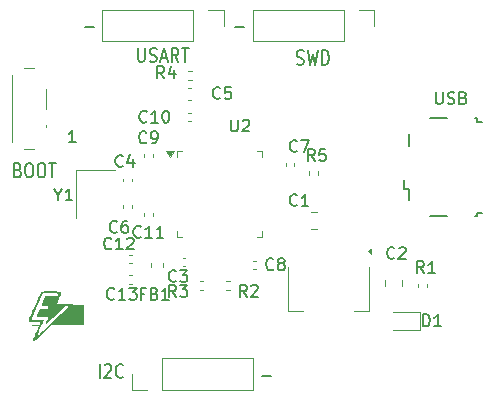
<source format=gbr>
%TF.GenerationSoftware,KiCad,Pcbnew,8.0.3*%
%TF.CreationDate,2024-06-13T12:42:30-05:00*%
%TF.ProjectId,STM32BluePill,53544d33-3242-46c7-9565-50696c6c2e6b,rev?*%
%TF.SameCoordinates,Original*%
%TF.FileFunction,Legend,Top*%
%TF.FilePolarity,Positive*%
%FSLAX46Y46*%
G04 Gerber Fmt 4.6, Leading zero omitted, Abs format (unit mm)*
G04 Created by KiCad (PCBNEW 8.0.3) date 2024-06-13 12:42:30*
%MOMM*%
%LPD*%
G01*
G04 APERTURE LIST*
%ADD10C,0.200000*%
%ADD11C,0.150000*%
%ADD12C,0.000000*%
%ADD13C,0.120000*%
G04 APERTURE END LIST*
D10*
X78869673Y-72885600D02*
X79631578Y-72885600D01*
X76619673Y-43385600D02*
X77381578Y-43385600D01*
X63869673Y-43385600D02*
X64631578Y-43385600D01*
D11*
X93586779Y-48869819D02*
X93586779Y-49679342D01*
X93586779Y-49679342D02*
X93634398Y-49774580D01*
X93634398Y-49774580D02*
X93682017Y-49822200D01*
X93682017Y-49822200D02*
X93777255Y-49869819D01*
X93777255Y-49869819D02*
X93967731Y-49869819D01*
X93967731Y-49869819D02*
X94062969Y-49822200D01*
X94062969Y-49822200D02*
X94110588Y-49774580D01*
X94110588Y-49774580D02*
X94158207Y-49679342D01*
X94158207Y-49679342D02*
X94158207Y-48869819D01*
X94586779Y-49822200D02*
X94729636Y-49869819D01*
X94729636Y-49869819D02*
X94967731Y-49869819D01*
X94967731Y-49869819D02*
X95062969Y-49822200D01*
X95062969Y-49822200D02*
X95110588Y-49774580D01*
X95110588Y-49774580D02*
X95158207Y-49679342D01*
X95158207Y-49679342D02*
X95158207Y-49584104D01*
X95158207Y-49584104D02*
X95110588Y-49488866D01*
X95110588Y-49488866D02*
X95062969Y-49441247D01*
X95062969Y-49441247D02*
X94967731Y-49393628D01*
X94967731Y-49393628D02*
X94777255Y-49346009D01*
X94777255Y-49346009D02*
X94682017Y-49298390D01*
X94682017Y-49298390D02*
X94634398Y-49250771D01*
X94634398Y-49250771D02*
X94586779Y-49155533D01*
X94586779Y-49155533D02*
X94586779Y-49060295D01*
X94586779Y-49060295D02*
X94634398Y-48965057D01*
X94634398Y-48965057D02*
X94682017Y-48917438D01*
X94682017Y-48917438D02*
X94777255Y-48869819D01*
X94777255Y-48869819D02*
X95015350Y-48869819D01*
X95015350Y-48869819D02*
X95158207Y-48917438D01*
X95920112Y-49346009D02*
X96062969Y-49393628D01*
X96062969Y-49393628D02*
X96110588Y-49441247D01*
X96110588Y-49441247D02*
X96158207Y-49536485D01*
X96158207Y-49536485D02*
X96158207Y-49679342D01*
X96158207Y-49679342D02*
X96110588Y-49774580D01*
X96110588Y-49774580D02*
X96062969Y-49822200D01*
X96062969Y-49822200D02*
X95967731Y-49869819D01*
X95967731Y-49869819D02*
X95586779Y-49869819D01*
X95586779Y-49869819D02*
X95586779Y-48869819D01*
X95586779Y-48869819D02*
X95920112Y-48869819D01*
X95920112Y-48869819D02*
X96015350Y-48917438D01*
X96015350Y-48917438D02*
X96062969Y-48965057D01*
X96062969Y-48965057D02*
X96110588Y-49060295D01*
X96110588Y-49060295D02*
X96110588Y-49155533D01*
X96110588Y-49155533D02*
X96062969Y-49250771D01*
X96062969Y-49250771D02*
X96015350Y-49298390D01*
X96015350Y-49298390D02*
X95920112Y-49346009D01*
X95920112Y-49346009D02*
X95586779Y-49346009D01*
X63110588Y-53119819D02*
X62539160Y-53119819D01*
X62824874Y-53119819D02*
X62824874Y-52119819D01*
X62824874Y-52119819D02*
X62729636Y-52262676D01*
X62729636Y-52262676D02*
X62634398Y-52357914D01*
X62634398Y-52357914D02*
X62539160Y-52405533D01*
D10*
X58203006Y-55464171D02*
X58345863Y-55521314D01*
X58345863Y-55521314D02*
X58393482Y-55578457D01*
X58393482Y-55578457D02*
X58441101Y-55692742D01*
X58441101Y-55692742D02*
X58441101Y-55864171D01*
X58441101Y-55864171D02*
X58393482Y-55978457D01*
X58393482Y-55978457D02*
X58345863Y-56035600D01*
X58345863Y-56035600D02*
X58250625Y-56092742D01*
X58250625Y-56092742D02*
X57869673Y-56092742D01*
X57869673Y-56092742D02*
X57869673Y-54892742D01*
X57869673Y-54892742D02*
X58203006Y-54892742D01*
X58203006Y-54892742D02*
X58298244Y-54949885D01*
X58298244Y-54949885D02*
X58345863Y-55007028D01*
X58345863Y-55007028D02*
X58393482Y-55121314D01*
X58393482Y-55121314D02*
X58393482Y-55235600D01*
X58393482Y-55235600D02*
X58345863Y-55349885D01*
X58345863Y-55349885D02*
X58298244Y-55407028D01*
X58298244Y-55407028D02*
X58203006Y-55464171D01*
X58203006Y-55464171D02*
X57869673Y-55464171D01*
X59060149Y-54892742D02*
X59250625Y-54892742D01*
X59250625Y-54892742D02*
X59345863Y-54949885D01*
X59345863Y-54949885D02*
X59441101Y-55064171D01*
X59441101Y-55064171D02*
X59488720Y-55292742D01*
X59488720Y-55292742D02*
X59488720Y-55692742D01*
X59488720Y-55692742D02*
X59441101Y-55921314D01*
X59441101Y-55921314D02*
X59345863Y-56035600D01*
X59345863Y-56035600D02*
X59250625Y-56092742D01*
X59250625Y-56092742D02*
X59060149Y-56092742D01*
X59060149Y-56092742D02*
X58964911Y-56035600D01*
X58964911Y-56035600D02*
X58869673Y-55921314D01*
X58869673Y-55921314D02*
X58822054Y-55692742D01*
X58822054Y-55692742D02*
X58822054Y-55292742D01*
X58822054Y-55292742D02*
X58869673Y-55064171D01*
X58869673Y-55064171D02*
X58964911Y-54949885D01*
X58964911Y-54949885D02*
X59060149Y-54892742D01*
X60107768Y-54892742D02*
X60298244Y-54892742D01*
X60298244Y-54892742D02*
X60393482Y-54949885D01*
X60393482Y-54949885D02*
X60488720Y-55064171D01*
X60488720Y-55064171D02*
X60536339Y-55292742D01*
X60536339Y-55292742D02*
X60536339Y-55692742D01*
X60536339Y-55692742D02*
X60488720Y-55921314D01*
X60488720Y-55921314D02*
X60393482Y-56035600D01*
X60393482Y-56035600D02*
X60298244Y-56092742D01*
X60298244Y-56092742D02*
X60107768Y-56092742D01*
X60107768Y-56092742D02*
X60012530Y-56035600D01*
X60012530Y-56035600D02*
X59917292Y-55921314D01*
X59917292Y-55921314D02*
X59869673Y-55692742D01*
X59869673Y-55692742D02*
X59869673Y-55292742D01*
X59869673Y-55292742D02*
X59917292Y-55064171D01*
X59917292Y-55064171D02*
X60012530Y-54949885D01*
X60012530Y-54949885D02*
X60107768Y-54892742D01*
X60822054Y-54892742D02*
X61393482Y-54892742D01*
X61107768Y-56092742D02*
X61107768Y-54892742D01*
X65119673Y-73092742D02*
X65119673Y-71892742D01*
X65548244Y-72007028D02*
X65595863Y-71949885D01*
X65595863Y-71949885D02*
X65691101Y-71892742D01*
X65691101Y-71892742D02*
X65929196Y-71892742D01*
X65929196Y-71892742D02*
X66024434Y-71949885D01*
X66024434Y-71949885D02*
X66072053Y-72007028D01*
X66072053Y-72007028D02*
X66119672Y-72121314D01*
X66119672Y-72121314D02*
X66119672Y-72235600D01*
X66119672Y-72235600D02*
X66072053Y-72407028D01*
X66072053Y-72407028D02*
X65500625Y-73092742D01*
X65500625Y-73092742D02*
X66119672Y-73092742D01*
X67119672Y-72978457D02*
X67072053Y-73035600D01*
X67072053Y-73035600D02*
X66929196Y-73092742D01*
X66929196Y-73092742D02*
X66833958Y-73092742D01*
X66833958Y-73092742D02*
X66691101Y-73035600D01*
X66691101Y-73035600D02*
X66595863Y-72921314D01*
X66595863Y-72921314D02*
X66548244Y-72807028D01*
X66548244Y-72807028D02*
X66500625Y-72578457D01*
X66500625Y-72578457D02*
X66500625Y-72407028D01*
X66500625Y-72407028D02*
X66548244Y-72178457D01*
X66548244Y-72178457D02*
X66595863Y-72064171D01*
X66595863Y-72064171D02*
X66691101Y-71949885D01*
X66691101Y-71949885D02*
X66833958Y-71892742D01*
X66833958Y-71892742D02*
X66929196Y-71892742D01*
X66929196Y-71892742D02*
X67072053Y-71949885D01*
X67072053Y-71949885D02*
X67119672Y-72007028D01*
X68369673Y-45142742D02*
X68369673Y-46114171D01*
X68369673Y-46114171D02*
X68417292Y-46228457D01*
X68417292Y-46228457D02*
X68464911Y-46285600D01*
X68464911Y-46285600D02*
X68560149Y-46342742D01*
X68560149Y-46342742D02*
X68750625Y-46342742D01*
X68750625Y-46342742D02*
X68845863Y-46285600D01*
X68845863Y-46285600D02*
X68893482Y-46228457D01*
X68893482Y-46228457D02*
X68941101Y-46114171D01*
X68941101Y-46114171D02*
X68941101Y-45142742D01*
X69369673Y-46285600D02*
X69512530Y-46342742D01*
X69512530Y-46342742D02*
X69750625Y-46342742D01*
X69750625Y-46342742D02*
X69845863Y-46285600D01*
X69845863Y-46285600D02*
X69893482Y-46228457D01*
X69893482Y-46228457D02*
X69941101Y-46114171D01*
X69941101Y-46114171D02*
X69941101Y-45999885D01*
X69941101Y-45999885D02*
X69893482Y-45885600D01*
X69893482Y-45885600D02*
X69845863Y-45828457D01*
X69845863Y-45828457D02*
X69750625Y-45771314D01*
X69750625Y-45771314D02*
X69560149Y-45714171D01*
X69560149Y-45714171D02*
X69464911Y-45657028D01*
X69464911Y-45657028D02*
X69417292Y-45599885D01*
X69417292Y-45599885D02*
X69369673Y-45485600D01*
X69369673Y-45485600D02*
X69369673Y-45371314D01*
X69369673Y-45371314D02*
X69417292Y-45257028D01*
X69417292Y-45257028D02*
X69464911Y-45199885D01*
X69464911Y-45199885D02*
X69560149Y-45142742D01*
X69560149Y-45142742D02*
X69798244Y-45142742D01*
X69798244Y-45142742D02*
X69941101Y-45199885D01*
X70322054Y-45999885D02*
X70798244Y-45999885D01*
X70226816Y-46342742D02*
X70560149Y-45142742D01*
X70560149Y-45142742D02*
X70893482Y-46342742D01*
X71798244Y-46342742D02*
X71464911Y-45771314D01*
X71226816Y-46342742D02*
X71226816Y-45142742D01*
X71226816Y-45142742D02*
X71607768Y-45142742D01*
X71607768Y-45142742D02*
X71703006Y-45199885D01*
X71703006Y-45199885D02*
X71750625Y-45257028D01*
X71750625Y-45257028D02*
X71798244Y-45371314D01*
X71798244Y-45371314D02*
X71798244Y-45542742D01*
X71798244Y-45542742D02*
X71750625Y-45657028D01*
X71750625Y-45657028D02*
X71703006Y-45714171D01*
X71703006Y-45714171D02*
X71607768Y-45771314D01*
X71607768Y-45771314D02*
X71226816Y-45771314D01*
X72083959Y-45142742D02*
X72655387Y-45142742D01*
X72369673Y-46342742D02*
X72369673Y-45142742D01*
X81822054Y-46527100D02*
X81964911Y-46586623D01*
X81964911Y-46586623D02*
X82203006Y-46586623D01*
X82203006Y-46586623D02*
X82298244Y-46527100D01*
X82298244Y-46527100D02*
X82345863Y-46467576D01*
X82345863Y-46467576D02*
X82393482Y-46348528D01*
X82393482Y-46348528D02*
X82393482Y-46229480D01*
X82393482Y-46229480D02*
X82345863Y-46110433D01*
X82345863Y-46110433D02*
X82298244Y-46050909D01*
X82298244Y-46050909D02*
X82203006Y-45991385D01*
X82203006Y-45991385D02*
X82012530Y-45931861D01*
X82012530Y-45931861D02*
X81917292Y-45872338D01*
X81917292Y-45872338D02*
X81869673Y-45812814D01*
X81869673Y-45812814D02*
X81822054Y-45693766D01*
X81822054Y-45693766D02*
X81822054Y-45574719D01*
X81822054Y-45574719D02*
X81869673Y-45455671D01*
X81869673Y-45455671D02*
X81917292Y-45396147D01*
X81917292Y-45396147D02*
X82012530Y-45336623D01*
X82012530Y-45336623D02*
X82250625Y-45336623D01*
X82250625Y-45336623D02*
X82393482Y-45396147D01*
X82726816Y-45336623D02*
X82964911Y-46586623D01*
X82964911Y-46586623D02*
X83155387Y-45693766D01*
X83155387Y-45693766D02*
X83345863Y-46586623D01*
X83345863Y-46586623D02*
X83583959Y-45336623D01*
X83964911Y-46586623D02*
X83964911Y-45336623D01*
X83964911Y-45336623D02*
X84203006Y-45336623D01*
X84203006Y-45336623D02*
X84345863Y-45396147D01*
X84345863Y-45396147D02*
X84441101Y-45515195D01*
X84441101Y-45515195D02*
X84488720Y-45634242D01*
X84488720Y-45634242D02*
X84536339Y-45872338D01*
X84536339Y-45872338D02*
X84536339Y-46050909D01*
X84536339Y-46050909D02*
X84488720Y-46289004D01*
X84488720Y-46289004D02*
X84441101Y-46408052D01*
X84441101Y-46408052D02*
X84345863Y-46527100D01*
X84345863Y-46527100D02*
X84203006Y-46586623D01*
X84203006Y-46586623D02*
X83964911Y-46586623D01*
D11*
X77583333Y-66204819D02*
X77250000Y-65728628D01*
X77011905Y-66204819D02*
X77011905Y-65204819D01*
X77011905Y-65204819D02*
X77392857Y-65204819D01*
X77392857Y-65204819D02*
X77488095Y-65252438D01*
X77488095Y-65252438D02*
X77535714Y-65300057D01*
X77535714Y-65300057D02*
X77583333Y-65395295D01*
X77583333Y-65395295D02*
X77583333Y-65538152D01*
X77583333Y-65538152D02*
X77535714Y-65633390D01*
X77535714Y-65633390D02*
X77488095Y-65681009D01*
X77488095Y-65681009D02*
X77392857Y-65728628D01*
X77392857Y-65728628D02*
X77011905Y-65728628D01*
X77964286Y-65300057D02*
X78011905Y-65252438D01*
X78011905Y-65252438D02*
X78107143Y-65204819D01*
X78107143Y-65204819D02*
X78345238Y-65204819D01*
X78345238Y-65204819D02*
X78440476Y-65252438D01*
X78440476Y-65252438D02*
X78488095Y-65300057D01*
X78488095Y-65300057D02*
X78535714Y-65395295D01*
X78535714Y-65395295D02*
X78535714Y-65490533D01*
X78535714Y-65490533D02*
X78488095Y-65633390D01*
X78488095Y-65633390D02*
X77916667Y-66204819D01*
X77916667Y-66204819D02*
X78535714Y-66204819D01*
X83333333Y-54704819D02*
X83000000Y-54228628D01*
X82761905Y-54704819D02*
X82761905Y-53704819D01*
X82761905Y-53704819D02*
X83142857Y-53704819D01*
X83142857Y-53704819D02*
X83238095Y-53752438D01*
X83238095Y-53752438D02*
X83285714Y-53800057D01*
X83285714Y-53800057D02*
X83333333Y-53895295D01*
X83333333Y-53895295D02*
X83333333Y-54038152D01*
X83333333Y-54038152D02*
X83285714Y-54133390D01*
X83285714Y-54133390D02*
X83238095Y-54181009D01*
X83238095Y-54181009D02*
X83142857Y-54228628D01*
X83142857Y-54228628D02*
X82761905Y-54228628D01*
X84238095Y-53704819D02*
X83761905Y-53704819D01*
X83761905Y-53704819D02*
X83714286Y-54181009D01*
X83714286Y-54181009D02*
X83761905Y-54133390D01*
X83761905Y-54133390D02*
X83857143Y-54085771D01*
X83857143Y-54085771D02*
X84095238Y-54085771D01*
X84095238Y-54085771D02*
X84190476Y-54133390D01*
X84190476Y-54133390D02*
X84238095Y-54181009D01*
X84238095Y-54181009D02*
X84285714Y-54276247D01*
X84285714Y-54276247D02*
X84285714Y-54514342D01*
X84285714Y-54514342D02*
X84238095Y-54609580D01*
X84238095Y-54609580D02*
X84190476Y-54657200D01*
X84190476Y-54657200D02*
X84095238Y-54704819D01*
X84095238Y-54704819D02*
X83857143Y-54704819D01*
X83857143Y-54704819D02*
X83761905Y-54657200D01*
X83761905Y-54657200D02*
X83714286Y-54609580D01*
X75333333Y-49359580D02*
X75285714Y-49407200D01*
X75285714Y-49407200D02*
X75142857Y-49454819D01*
X75142857Y-49454819D02*
X75047619Y-49454819D01*
X75047619Y-49454819D02*
X74904762Y-49407200D01*
X74904762Y-49407200D02*
X74809524Y-49311961D01*
X74809524Y-49311961D02*
X74761905Y-49216723D01*
X74761905Y-49216723D02*
X74714286Y-49026247D01*
X74714286Y-49026247D02*
X74714286Y-48883390D01*
X74714286Y-48883390D02*
X74761905Y-48692914D01*
X74761905Y-48692914D02*
X74809524Y-48597676D01*
X74809524Y-48597676D02*
X74904762Y-48502438D01*
X74904762Y-48502438D02*
X75047619Y-48454819D01*
X75047619Y-48454819D02*
X75142857Y-48454819D01*
X75142857Y-48454819D02*
X75285714Y-48502438D01*
X75285714Y-48502438D02*
X75333333Y-48550057D01*
X76238095Y-48454819D02*
X75761905Y-48454819D01*
X75761905Y-48454819D02*
X75714286Y-48931009D01*
X75714286Y-48931009D02*
X75761905Y-48883390D01*
X75761905Y-48883390D02*
X75857143Y-48835771D01*
X75857143Y-48835771D02*
X76095238Y-48835771D01*
X76095238Y-48835771D02*
X76190476Y-48883390D01*
X76190476Y-48883390D02*
X76238095Y-48931009D01*
X76238095Y-48931009D02*
X76285714Y-49026247D01*
X76285714Y-49026247D02*
X76285714Y-49264342D01*
X76285714Y-49264342D02*
X76238095Y-49359580D01*
X76238095Y-49359580D02*
X76190476Y-49407200D01*
X76190476Y-49407200D02*
X76095238Y-49454819D01*
X76095238Y-49454819D02*
X75857143Y-49454819D01*
X75857143Y-49454819D02*
X75761905Y-49407200D01*
X75761905Y-49407200D02*
X75714286Y-49359580D01*
X81833333Y-58429580D02*
X81785714Y-58477200D01*
X81785714Y-58477200D02*
X81642857Y-58524819D01*
X81642857Y-58524819D02*
X81547619Y-58524819D01*
X81547619Y-58524819D02*
X81404762Y-58477200D01*
X81404762Y-58477200D02*
X81309524Y-58381961D01*
X81309524Y-58381961D02*
X81261905Y-58286723D01*
X81261905Y-58286723D02*
X81214286Y-58096247D01*
X81214286Y-58096247D02*
X81214286Y-57953390D01*
X81214286Y-57953390D02*
X81261905Y-57762914D01*
X81261905Y-57762914D02*
X81309524Y-57667676D01*
X81309524Y-57667676D02*
X81404762Y-57572438D01*
X81404762Y-57572438D02*
X81547619Y-57524819D01*
X81547619Y-57524819D02*
X81642857Y-57524819D01*
X81642857Y-57524819D02*
X81785714Y-57572438D01*
X81785714Y-57572438D02*
X81833333Y-57620057D01*
X82785714Y-58524819D02*
X82214286Y-58524819D01*
X82500000Y-58524819D02*
X82500000Y-57524819D01*
X82500000Y-57524819D02*
X82404762Y-57667676D01*
X82404762Y-57667676D02*
X82309524Y-57762914D01*
X82309524Y-57762914D02*
X82214286Y-57810533D01*
X79833333Y-63859580D02*
X79785714Y-63907200D01*
X79785714Y-63907200D02*
X79642857Y-63954819D01*
X79642857Y-63954819D02*
X79547619Y-63954819D01*
X79547619Y-63954819D02*
X79404762Y-63907200D01*
X79404762Y-63907200D02*
X79309524Y-63811961D01*
X79309524Y-63811961D02*
X79261905Y-63716723D01*
X79261905Y-63716723D02*
X79214286Y-63526247D01*
X79214286Y-63526247D02*
X79214286Y-63383390D01*
X79214286Y-63383390D02*
X79261905Y-63192914D01*
X79261905Y-63192914D02*
X79309524Y-63097676D01*
X79309524Y-63097676D02*
X79404762Y-63002438D01*
X79404762Y-63002438D02*
X79547619Y-62954819D01*
X79547619Y-62954819D02*
X79642857Y-62954819D01*
X79642857Y-62954819D02*
X79785714Y-63002438D01*
X79785714Y-63002438D02*
X79833333Y-63050057D01*
X80404762Y-63383390D02*
X80309524Y-63335771D01*
X80309524Y-63335771D02*
X80261905Y-63288152D01*
X80261905Y-63288152D02*
X80214286Y-63192914D01*
X80214286Y-63192914D02*
X80214286Y-63145295D01*
X80214286Y-63145295D02*
X80261905Y-63050057D01*
X80261905Y-63050057D02*
X80309524Y-63002438D01*
X80309524Y-63002438D02*
X80404762Y-62954819D01*
X80404762Y-62954819D02*
X80595238Y-62954819D01*
X80595238Y-62954819D02*
X80690476Y-63002438D01*
X80690476Y-63002438D02*
X80738095Y-63050057D01*
X80738095Y-63050057D02*
X80785714Y-63145295D01*
X80785714Y-63145295D02*
X80785714Y-63192914D01*
X80785714Y-63192914D02*
X80738095Y-63288152D01*
X80738095Y-63288152D02*
X80690476Y-63335771D01*
X80690476Y-63335771D02*
X80595238Y-63383390D01*
X80595238Y-63383390D02*
X80404762Y-63383390D01*
X80404762Y-63383390D02*
X80309524Y-63431009D01*
X80309524Y-63431009D02*
X80261905Y-63478628D01*
X80261905Y-63478628D02*
X80214286Y-63573866D01*
X80214286Y-63573866D02*
X80214286Y-63764342D01*
X80214286Y-63764342D02*
X80261905Y-63859580D01*
X80261905Y-63859580D02*
X80309524Y-63907200D01*
X80309524Y-63907200D02*
X80404762Y-63954819D01*
X80404762Y-63954819D02*
X80595238Y-63954819D01*
X80595238Y-63954819D02*
X80690476Y-63907200D01*
X80690476Y-63907200D02*
X80738095Y-63859580D01*
X80738095Y-63859580D02*
X80785714Y-63764342D01*
X80785714Y-63764342D02*
X80785714Y-63573866D01*
X80785714Y-63573866D02*
X80738095Y-63478628D01*
X80738095Y-63478628D02*
X80690476Y-63431009D01*
X80690476Y-63431009D02*
X80595238Y-63383390D01*
X69107142Y-51359580D02*
X69059523Y-51407200D01*
X69059523Y-51407200D02*
X68916666Y-51454819D01*
X68916666Y-51454819D02*
X68821428Y-51454819D01*
X68821428Y-51454819D02*
X68678571Y-51407200D01*
X68678571Y-51407200D02*
X68583333Y-51311961D01*
X68583333Y-51311961D02*
X68535714Y-51216723D01*
X68535714Y-51216723D02*
X68488095Y-51026247D01*
X68488095Y-51026247D02*
X68488095Y-50883390D01*
X68488095Y-50883390D02*
X68535714Y-50692914D01*
X68535714Y-50692914D02*
X68583333Y-50597676D01*
X68583333Y-50597676D02*
X68678571Y-50502438D01*
X68678571Y-50502438D02*
X68821428Y-50454819D01*
X68821428Y-50454819D02*
X68916666Y-50454819D01*
X68916666Y-50454819D02*
X69059523Y-50502438D01*
X69059523Y-50502438D02*
X69107142Y-50550057D01*
X70059523Y-51454819D02*
X69488095Y-51454819D01*
X69773809Y-51454819D02*
X69773809Y-50454819D01*
X69773809Y-50454819D02*
X69678571Y-50597676D01*
X69678571Y-50597676D02*
X69583333Y-50692914D01*
X69583333Y-50692914D02*
X69488095Y-50740533D01*
X70678571Y-50454819D02*
X70773809Y-50454819D01*
X70773809Y-50454819D02*
X70869047Y-50502438D01*
X70869047Y-50502438D02*
X70916666Y-50550057D01*
X70916666Y-50550057D02*
X70964285Y-50645295D01*
X70964285Y-50645295D02*
X71011904Y-50835771D01*
X71011904Y-50835771D02*
X71011904Y-51073866D01*
X71011904Y-51073866D02*
X70964285Y-51264342D01*
X70964285Y-51264342D02*
X70916666Y-51359580D01*
X70916666Y-51359580D02*
X70869047Y-51407200D01*
X70869047Y-51407200D02*
X70773809Y-51454819D01*
X70773809Y-51454819D02*
X70678571Y-51454819D01*
X70678571Y-51454819D02*
X70583333Y-51407200D01*
X70583333Y-51407200D02*
X70535714Y-51359580D01*
X70535714Y-51359580D02*
X70488095Y-51264342D01*
X70488095Y-51264342D02*
X70440476Y-51073866D01*
X70440476Y-51073866D02*
X70440476Y-50835771D01*
X70440476Y-50835771D02*
X70488095Y-50645295D01*
X70488095Y-50645295D02*
X70535714Y-50550057D01*
X70535714Y-50550057D02*
X70583333Y-50502438D01*
X70583333Y-50502438D02*
X70678571Y-50454819D01*
X67083333Y-55109580D02*
X67035714Y-55157200D01*
X67035714Y-55157200D02*
X66892857Y-55204819D01*
X66892857Y-55204819D02*
X66797619Y-55204819D01*
X66797619Y-55204819D02*
X66654762Y-55157200D01*
X66654762Y-55157200D02*
X66559524Y-55061961D01*
X66559524Y-55061961D02*
X66511905Y-54966723D01*
X66511905Y-54966723D02*
X66464286Y-54776247D01*
X66464286Y-54776247D02*
X66464286Y-54633390D01*
X66464286Y-54633390D02*
X66511905Y-54442914D01*
X66511905Y-54442914D02*
X66559524Y-54347676D01*
X66559524Y-54347676D02*
X66654762Y-54252438D01*
X66654762Y-54252438D02*
X66797619Y-54204819D01*
X66797619Y-54204819D02*
X66892857Y-54204819D01*
X66892857Y-54204819D02*
X67035714Y-54252438D01*
X67035714Y-54252438D02*
X67083333Y-54300057D01*
X67940476Y-54538152D02*
X67940476Y-55204819D01*
X67702381Y-54157200D02*
X67464286Y-54871485D01*
X67464286Y-54871485D02*
X68083333Y-54871485D01*
X76238095Y-51204819D02*
X76238095Y-52014342D01*
X76238095Y-52014342D02*
X76285714Y-52109580D01*
X76285714Y-52109580D02*
X76333333Y-52157200D01*
X76333333Y-52157200D02*
X76428571Y-52204819D01*
X76428571Y-52204819D02*
X76619047Y-52204819D01*
X76619047Y-52204819D02*
X76714285Y-52157200D01*
X76714285Y-52157200D02*
X76761904Y-52109580D01*
X76761904Y-52109580D02*
X76809523Y-52014342D01*
X76809523Y-52014342D02*
X76809523Y-51204819D01*
X77238095Y-51300057D02*
X77285714Y-51252438D01*
X77285714Y-51252438D02*
X77380952Y-51204819D01*
X77380952Y-51204819D02*
X77619047Y-51204819D01*
X77619047Y-51204819D02*
X77714285Y-51252438D01*
X77714285Y-51252438D02*
X77761904Y-51300057D01*
X77761904Y-51300057D02*
X77809523Y-51395295D01*
X77809523Y-51395295D02*
X77809523Y-51490533D01*
X77809523Y-51490533D02*
X77761904Y-51633390D01*
X77761904Y-51633390D02*
X77190476Y-52204819D01*
X77190476Y-52204819D02*
X77809523Y-52204819D01*
X92583333Y-64204819D02*
X92250000Y-63728628D01*
X92011905Y-64204819D02*
X92011905Y-63204819D01*
X92011905Y-63204819D02*
X92392857Y-63204819D01*
X92392857Y-63204819D02*
X92488095Y-63252438D01*
X92488095Y-63252438D02*
X92535714Y-63300057D01*
X92535714Y-63300057D02*
X92583333Y-63395295D01*
X92583333Y-63395295D02*
X92583333Y-63538152D01*
X92583333Y-63538152D02*
X92535714Y-63633390D01*
X92535714Y-63633390D02*
X92488095Y-63681009D01*
X92488095Y-63681009D02*
X92392857Y-63728628D01*
X92392857Y-63728628D02*
X92011905Y-63728628D01*
X93535714Y-64204819D02*
X92964286Y-64204819D01*
X93250000Y-64204819D02*
X93250000Y-63204819D01*
X93250000Y-63204819D02*
X93154762Y-63347676D01*
X93154762Y-63347676D02*
X93059524Y-63442914D01*
X93059524Y-63442914D02*
X92964286Y-63490533D01*
X92511905Y-68704819D02*
X92511905Y-67704819D01*
X92511905Y-67704819D02*
X92750000Y-67704819D01*
X92750000Y-67704819D02*
X92892857Y-67752438D01*
X92892857Y-67752438D02*
X92988095Y-67847676D01*
X92988095Y-67847676D02*
X93035714Y-67942914D01*
X93035714Y-67942914D02*
X93083333Y-68133390D01*
X93083333Y-68133390D02*
X93083333Y-68276247D01*
X93083333Y-68276247D02*
X93035714Y-68466723D01*
X93035714Y-68466723D02*
X92988095Y-68561961D01*
X92988095Y-68561961D02*
X92892857Y-68657200D01*
X92892857Y-68657200D02*
X92750000Y-68704819D01*
X92750000Y-68704819D02*
X92511905Y-68704819D01*
X94035714Y-68704819D02*
X93464286Y-68704819D01*
X93750000Y-68704819D02*
X93750000Y-67704819D01*
X93750000Y-67704819D02*
X93654762Y-67847676D01*
X93654762Y-67847676D02*
X93559524Y-67942914D01*
X93559524Y-67942914D02*
X93464286Y-67990533D01*
X81833333Y-53859580D02*
X81785714Y-53907200D01*
X81785714Y-53907200D02*
X81642857Y-53954819D01*
X81642857Y-53954819D02*
X81547619Y-53954819D01*
X81547619Y-53954819D02*
X81404762Y-53907200D01*
X81404762Y-53907200D02*
X81309524Y-53811961D01*
X81309524Y-53811961D02*
X81261905Y-53716723D01*
X81261905Y-53716723D02*
X81214286Y-53526247D01*
X81214286Y-53526247D02*
X81214286Y-53383390D01*
X81214286Y-53383390D02*
X81261905Y-53192914D01*
X81261905Y-53192914D02*
X81309524Y-53097676D01*
X81309524Y-53097676D02*
X81404762Y-53002438D01*
X81404762Y-53002438D02*
X81547619Y-52954819D01*
X81547619Y-52954819D02*
X81642857Y-52954819D01*
X81642857Y-52954819D02*
X81785714Y-53002438D01*
X81785714Y-53002438D02*
X81833333Y-53050057D01*
X82166667Y-52954819D02*
X82833333Y-52954819D01*
X82833333Y-52954819D02*
X82404762Y-53954819D01*
X69083333Y-53109580D02*
X69035714Y-53157200D01*
X69035714Y-53157200D02*
X68892857Y-53204819D01*
X68892857Y-53204819D02*
X68797619Y-53204819D01*
X68797619Y-53204819D02*
X68654762Y-53157200D01*
X68654762Y-53157200D02*
X68559524Y-53061961D01*
X68559524Y-53061961D02*
X68511905Y-52966723D01*
X68511905Y-52966723D02*
X68464286Y-52776247D01*
X68464286Y-52776247D02*
X68464286Y-52633390D01*
X68464286Y-52633390D02*
X68511905Y-52442914D01*
X68511905Y-52442914D02*
X68559524Y-52347676D01*
X68559524Y-52347676D02*
X68654762Y-52252438D01*
X68654762Y-52252438D02*
X68797619Y-52204819D01*
X68797619Y-52204819D02*
X68892857Y-52204819D01*
X68892857Y-52204819D02*
X69035714Y-52252438D01*
X69035714Y-52252438D02*
X69083333Y-52300057D01*
X69559524Y-53204819D02*
X69750000Y-53204819D01*
X69750000Y-53204819D02*
X69845238Y-53157200D01*
X69845238Y-53157200D02*
X69892857Y-53109580D01*
X69892857Y-53109580D02*
X69988095Y-52966723D01*
X69988095Y-52966723D02*
X70035714Y-52776247D01*
X70035714Y-52776247D02*
X70035714Y-52395295D01*
X70035714Y-52395295D02*
X69988095Y-52300057D01*
X69988095Y-52300057D02*
X69940476Y-52252438D01*
X69940476Y-52252438D02*
X69845238Y-52204819D01*
X69845238Y-52204819D02*
X69654762Y-52204819D01*
X69654762Y-52204819D02*
X69559524Y-52252438D01*
X69559524Y-52252438D02*
X69511905Y-52300057D01*
X69511905Y-52300057D02*
X69464286Y-52395295D01*
X69464286Y-52395295D02*
X69464286Y-52633390D01*
X69464286Y-52633390D02*
X69511905Y-52728628D01*
X69511905Y-52728628D02*
X69559524Y-52776247D01*
X69559524Y-52776247D02*
X69654762Y-52823866D01*
X69654762Y-52823866D02*
X69845238Y-52823866D01*
X69845238Y-52823866D02*
X69940476Y-52776247D01*
X69940476Y-52776247D02*
X69988095Y-52728628D01*
X69988095Y-52728628D02*
X70035714Y-52633390D01*
X71583333Y-64859580D02*
X71535714Y-64907200D01*
X71535714Y-64907200D02*
X71392857Y-64954819D01*
X71392857Y-64954819D02*
X71297619Y-64954819D01*
X71297619Y-64954819D02*
X71154762Y-64907200D01*
X71154762Y-64907200D02*
X71059524Y-64811961D01*
X71059524Y-64811961D02*
X71011905Y-64716723D01*
X71011905Y-64716723D02*
X70964286Y-64526247D01*
X70964286Y-64526247D02*
X70964286Y-64383390D01*
X70964286Y-64383390D02*
X71011905Y-64192914D01*
X71011905Y-64192914D02*
X71059524Y-64097676D01*
X71059524Y-64097676D02*
X71154762Y-64002438D01*
X71154762Y-64002438D02*
X71297619Y-63954819D01*
X71297619Y-63954819D02*
X71392857Y-63954819D01*
X71392857Y-63954819D02*
X71535714Y-64002438D01*
X71535714Y-64002438D02*
X71583333Y-64050057D01*
X71916667Y-63954819D02*
X72535714Y-63954819D01*
X72535714Y-63954819D02*
X72202381Y-64335771D01*
X72202381Y-64335771D02*
X72345238Y-64335771D01*
X72345238Y-64335771D02*
X72440476Y-64383390D01*
X72440476Y-64383390D02*
X72488095Y-64431009D01*
X72488095Y-64431009D02*
X72535714Y-64526247D01*
X72535714Y-64526247D02*
X72535714Y-64764342D01*
X72535714Y-64764342D02*
X72488095Y-64859580D01*
X72488095Y-64859580D02*
X72440476Y-64907200D01*
X72440476Y-64907200D02*
X72345238Y-64954819D01*
X72345238Y-64954819D02*
X72059524Y-64954819D01*
X72059524Y-64954819D02*
X71964286Y-64907200D01*
X71964286Y-64907200D02*
X71916667Y-64859580D01*
X90083333Y-62909580D02*
X90035714Y-62957200D01*
X90035714Y-62957200D02*
X89892857Y-63004819D01*
X89892857Y-63004819D02*
X89797619Y-63004819D01*
X89797619Y-63004819D02*
X89654762Y-62957200D01*
X89654762Y-62957200D02*
X89559524Y-62861961D01*
X89559524Y-62861961D02*
X89511905Y-62766723D01*
X89511905Y-62766723D02*
X89464286Y-62576247D01*
X89464286Y-62576247D02*
X89464286Y-62433390D01*
X89464286Y-62433390D02*
X89511905Y-62242914D01*
X89511905Y-62242914D02*
X89559524Y-62147676D01*
X89559524Y-62147676D02*
X89654762Y-62052438D01*
X89654762Y-62052438D02*
X89797619Y-62004819D01*
X89797619Y-62004819D02*
X89892857Y-62004819D01*
X89892857Y-62004819D02*
X90035714Y-62052438D01*
X90035714Y-62052438D02*
X90083333Y-62100057D01*
X90464286Y-62100057D02*
X90511905Y-62052438D01*
X90511905Y-62052438D02*
X90607143Y-62004819D01*
X90607143Y-62004819D02*
X90845238Y-62004819D01*
X90845238Y-62004819D02*
X90940476Y-62052438D01*
X90940476Y-62052438D02*
X90988095Y-62100057D01*
X90988095Y-62100057D02*
X91035714Y-62195295D01*
X91035714Y-62195295D02*
X91035714Y-62290533D01*
X91035714Y-62290533D02*
X90988095Y-62433390D01*
X90988095Y-62433390D02*
X90416667Y-63004819D01*
X90416667Y-63004819D02*
X91035714Y-63004819D01*
X61623809Y-57578628D02*
X61623809Y-58054819D01*
X61290476Y-57054819D02*
X61623809Y-57578628D01*
X61623809Y-57578628D02*
X61957142Y-57054819D01*
X62814285Y-58054819D02*
X62242857Y-58054819D01*
X62528571Y-58054819D02*
X62528571Y-57054819D01*
X62528571Y-57054819D02*
X62433333Y-57197676D01*
X62433333Y-57197676D02*
X62338095Y-57292914D01*
X62338095Y-57292914D02*
X62242857Y-57340533D01*
X68916666Y-65931009D02*
X68583333Y-65931009D01*
X68583333Y-66454819D02*
X68583333Y-65454819D01*
X68583333Y-65454819D02*
X69059523Y-65454819D01*
X69773809Y-65931009D02*
X69916666Y-65978628D01*
X69916666Y-65978628D02*
X69964285Y-66026247D01*
X69964285Y-66026247D02*
X70011904Y-66121485D01*
X70011904Y-66121485D02*
X70011904Y-66264342D01*
X70011904Y-66264342D02*
X69964285Y-66359580D01*
X69964285Y-66359580D02*
X69916666Y-66407200D01*
X69916666Y-66407200D02*
X69821428Y-66454819D01*
X69821428Y-66454819D02*
X69440476Y-66454819D01*
X69440476Y-66454819D02*
X69440476Y-65454819D01*
X69440476Y-65454819D02*
X69773809Y-65454819D01*
X69773809Y-65454819D02*
X69869047Y-65502438D01*
X69869047Y-65502438D02*
X69916666Y-65550057D01*
X69916666Y-65550057D02*
X69964285Y-65645295D01*
X69964285Y-65645295D02*
X69964285Y-65740533D01*
X69964285Y-65740533D02*
X69916666Y-65835771D01*
X69916666Y-65835771D02*
X69869047Y-65883390D01*
X69869047Y-65883390D02*
X69773809Y-65931009D01*
X69773809Y-65931009D02*
X69440476Y-65931009D01*
X70964285Y-66454819D02*
X70392857Y-66454819D01*
X70678571Y-66454819D02*
X70678571Y-65454819D01*
X70678571Y-65454819D02*
X70583333Y-65597676D01*
X70583333Y-65597676D02*
X70488095Y-65692914D01*
X70488095Y-65692914D02*
X70392857Y-65740533D01*
X66583333Y-60689580D02*
X66535714Y-60737200D01*
X66535714Y-60737200D02*
X66392857Y-60784819D01*
X66392857Y-60784819D02*
X66297619Y-60784819D01*
X66297619Y-60784819D02*
X66154762Y-60737200D01*
X66154762Y-60737200D02*
X66059524Y-60641961D01*
X66059524Y-60641961D02*
X66011905Y-60546723D01*
X66011905Y-60546723D02*
X65964286Y-60356247D01*
X65964286Y-60356247D02*
X65964286Y-60213390D01*
X65964286Y-60213390D02*
X66011905Y-60022914D01*
X66011905Y-60022914D02*
X66059524Y-59927676D01*
X66059524Y-59927676D02*
X66154762Y-59832438D01*
X66154762Y-59832438D02*
X66297619Y-59784819D01*
X66297619Y-59784819D02*
X66392857Y-59784819D01*
X66392857Y-59784819D02*
X66535714Y-59832438D01*
X66535714Y-59832438D02*
X66583333Y-59880057D01*
X67440476Y-59784819D02*
X67250000Y-59784819D01*
X67250000Y-59784819D02*
X67154762Y-59832438D01*
X67154762Y-59832438D02*
X67107143Y-59880057D01*
X67107143Y-59880057D02*
X67011905Y-60022914D01*
X67011905Y-60022914D02*
X66964286Y-60213390D01*
X66964286Y-60213390D02*
X66964286Y-60594342D01*
X66964286Y-60594342D02*
X67011905Y-60689580D01*
X67011905Y-60689580D02*
X67059524Y-60737200D01*
X67059524Y-60737200D02*
X67154762Y-60784819D01*
X67154762Y-60784819D02*
X67345238Y-60784819D01*
X67345238Y-60784819D02*
X67440476Y-60737200D01*
X67440476Y-60737200D02*
X67488095Y-60689580D01*
X67488095Y-60689580D02*
X67535714Y-60594342D01*
X67535714Y-60594342D02*
X67535714Y-60356247D01*
X67535714Y-60356247D02*
X67488095Y-60261009D01*
X67488095Y-60261009D02*
X67440476Y-60213390D01*
X67440476Y-60213390D02*
X67345238Y-60165771D01*
X67345238Y-60165771D02*
X67154762Y-60165771D01*
X67154762Y-60165771D02*
X67059524Y-60213390D01*
X67059524Y-60213390D02*
X67011905Y-60261009D01*
X67011905Y-60261009D02*
X66964286Y-60356247D01*
X66107142Y-62109580D02*
X66059523Y-62157200D01*
X66059523Y-62157200D02*
X65916666Y-62204819D01*
X65916666Y-62204819D02*
X65821428Y-62204819D01*
X65821428Y-62204819D02*
X65678571Y-62157200D01*
X65678571Y-62157200D02*
X65583333Y-62061961D01*
X65583333Y-62061961D02*
X65535714Y-61966723D01*
X65535714Y-61966723D02*
X65488095Y-61776247D01*
X65488095Y-61776247D02*
X65488095Y-61633390D01*
X65488095Y-61633390D02*
X65535714Y-61442914D01*
X65535714Y-61442914D02*
X65583333Y-61347676D01*
X65583333Y-61347676D02*
X65678571Y-61252438D01*
X65678571Y-61252438D02*
X65821428Y-61204819D01*
X65821428Y-61204819D02*
X65916666Y-61204819D01*
X65916666Y-61204819D02*
X66059523Y-61252438D01*
X66059523Y-61252438D02*
X66107142Y-61300057D01*
X67059523Y-62204819D02*
X66488095Y-62204819D01*
X66773809Y-62204819D02*
X66773809Y-61204819D01*
X66773809Y-61204819D02*
X66678571Y-61347676D01*
X66678571Y-61347676D02*
X66583333Y-61442914D01*
X66583333Y-61442914D02*
X66488095Y-61490533D01*
X67440476Y-61300057D02*
X67488095Y-61252438D01*
X67488095Y-61252438D02*
X67583333Y-61204819D01*
X67583333Y-61204819D02*
X67821428Y-61204819D01*
X67821428Y-61204819D02*
X67916666Y-61252438D01*
X67916666Y-61252438D02*
X67964285Y-61300057D01*
X67964285Y-61300057D02*
X68011904Y-61395295D01*
X68011904Y-61395295D02*
X68011904Y-61490533D01*
X68011904Y-61490533D02*
X67964285Y-61633390D01*
X67964285Y-61633390D02*
X67392857Y-62204819D01*
X67392857Y-62204819D02*
X68011904Y-62204819D01*
X68607142Y-61109580D02*
X68559523Y-61157200D01*
X68559523Y-61157200D02*
X68416666Y-61204819D01*
X68416666Y-61204819D02*
X68321428Y-61204819D01*
X68321428Y-61204819D02*
X68178571Y-61157200D01*
X68178571Y-61157200D02*
X68083333Y-61061961D01*
X68083333Y-61061961D02*
X68035714Y-60966723D01*
X68035714Y-60966723D02*
X67988095Y-60776247D01*
X67988095Y-60776247D02*
X67988095Y-60633390D01*
X67988095Y-60633390D02*
X68035714Y-60442914D01*
X68035714Y-60442914D02*
X68083333Y-60347676D01*
X68083333Y-60347676D02*
X68178571Y-60252438D01*
X68178571Y-60252438D02*
X68321428Y-60204819D01*
X68321428Y-60204819D02*
X68416666Y-60204819D01*
X68416666Y-60204819D02*
X68559523Y-60252438D01*
X68559523Y-60252438D02*
X68607142Y-60300057D01*
X69559523Y-61204819D02*
X68988095Y-61204819D01*
X69273809Y-61204819D02*
X69273809Y-60204819D01*
X69273809Y-60204819D02*
X69178571Y-60347676D01*
X69178571Y-60347676D02*
X69083333Y-60442914D01*
X69083333Y-60442914D02*
X68988095Y-60490533D01*
X70511904Y-61204819D02*
X69940476Y-61204819D01*
X70226190Y-61204819D02*
X70226190Y-60204819D01*
X70226190Y-60204819D02*
X70130952Y-60347676D01*
X70130952Y-60347676D02*
X70035714Y-60442914D01*
X70035714Y-60442914D02*
X69940476Y-60490533D01*
X71583333Y-66204819D02*
X71250000Y-65728628D01*
X71011905Y-66204819D02*
X71011905Y-65204819D01*
X71011905Y-65204819D02*
X71392857Y-65204819D01*
X71392857Y-65204819D02*
X71488095Y-65252438D01*
X71488095Y-65252438D02*
X71535714Y-65300057D01*
X71535714Y-65300057D02*
X71583333Y-65395295D01*
X71583333Y-65395295D02*
X71583333Y-65538152D01*
X71583333Y-65538152D02*
X71535714Y-65633390D01*
X71535714Y-65633390D02*
X71488095Y-65681009D01*
X71488095Y-65681009D02*
X71392857Y-65728628D01*
X71392857Y-65728628D02*
X71011905Y-65728628D01*
X71916667Y-65204819D02*
X72535714Y-65204819D01*
X72535714Y-65204819D02*
X72202381Y-65585771D01*
X72202381Y-65585771D02*
X72345238Y-65585771D01*
X72345238Y-65585771D02*
X72440476Y-65633390D01*
X72440476Y-65633390D02*
X72488095Y-65681009D01*
X72488095Y-65681009D02*
X72535714Y-65776247D01*
X72535714Y-65776247D02*
X72535714Y-66014342D01*
X72535714Y-66014342D02*
X72488095Y-66109580D01*
X72488095Y-66109580D02*
X72440476Y-66157200D01*
X72440476Y-66157200D02*
X72345238Y-66204819D01*
X72345238Y-66204819D02*
X72059524Y-66204819D01*
X72059524Y-66204819D02*
X71964286Y-66157200D01*
X71964286Y-66157200D02*
X71916667Y-66109580D01*
X70583333Y-47704819D02*
X70250000Y-47228628D01*
X70011905Y-47704819D02*
X70011905Y-46704819D01*
X70011905Y-46704819D02*
X70392857Y-46704819D01*
X70392857Y-46704819D02*
X70488095Y-46752438D01*
X70488095Y-46752438D02*
X70535714Y-46800057D01*
X70535714Y-46800057D02*
X70583333Y-46895295D01*
X70583333Y-46895295D02*
X70583333Y-47038152D01*
X70583333Y-47038152D02*
X70535714Y-47133390D01*
X70535714Y-47133390D02*
X70488095Y-47181009D01*
X70488095Y-47181009D02*
X70392857Y-47228628D01*
X70392857Y-47228628D02*
X70011905Y-47228628D01*
X71440476Y-47038152D02*
X71440476Y-47704819D01*
X71202381Y-46657200D02*
X70964286Y-47371485D01*
X70964286Y-47371485D02*
X71583333Y-47371485D01*
X66357142Y-66359580D02*
X66309523Y-66407200D01*
X66309523Y-66407200D02*
X66166666Y-66454819D01*
X66166666Y-66454819D02*
X66071428Y-66454819D01*
X66071428Y-66454819D02*
X65928571Y-66407200D01*
X65928571Y-66407200D02*
X65833333Y-66311961D01*
X65833333Y-66311961D02*
X65785714Y-66216723D01*
X65785714Y-66216723D02*
X65738095Y-66026247D01*
X65738095Y-66026247D02*
X65738095Y-65883390D01*
X65738095Y-65883390D02*
X65785714Y-65692914D01*
X65785714Y-65692914D02*
X65833333Y-65597676D01*
X65833333Y-65597676D02*
X65928571Y-65502438D01*
X65928571Y-65502438D02*
X66071428Y-65454819D01*
X66071428Y-65454819D02*
X66166666Y-65454819D01*
X66166666Y-65454819D02*
X66309523Y-65502438D01*
X66309523Y-65502438D02*
X66357142Y-65550057D01*
X67309523Y-66454819D02*
X66738095Y-66454819D01*
X67023809Y-66454819D02*
X67023809Y-65454819D01*
X67023809Y-65454819D02*
X66928571Y-65597676D01*
X66928571Y-65597676D02*
X66833333Y-65692914D01*
X66833333Y-65692914D02*
X66738095Y-65740533D01*
X67642857Y-65454819D02*
X68261904Y-65454819D01*
X68261904Y-65454819D02*
X67928571Y-65835771D01*
X67928571Y-65835771D02*
X68071428Y-65835771D01*
X68071428Y-65835771D02*
X68166666Y-65883390D01*
X68166666Y-65883390D02*
X68214285Y-65931009D01*
X68214285Y-65931009D02*
X68261904Y-66026247D01*
X68261904Y-66026247D02*
X68261904Y-66264342D01*
X68261904Y-66264342D02*
X68214285Y-66359580D01*
X68214285Y-66359580D02*
X68166666Y-66407200D01*
X68166666Y-66407200D02*
X68071428Y-66454819D01*
X68071428Y-66454819D02*
X67785714Y-66454819D01*
X67785714Y-66454819D02*
X67690476Y-66407200D01*
X67690476Y-66407200D02*
X67642857Y-66359580D01*
D12*
%TO.C,G\u002A\u002A\u002A*%
G36*
X60995964Y-65754754D02*
G01*
X61058554Y-65755227D01*
X61289972Y-65757317D01*
X61473614Y-65759458D01*
X61615064Y-65762054D01*
X61719906Y-65765511D01*
X61793724Y-65770233D01*
X61842103Y-65776626D01*
X61870626Y-65785095D01*
X61884877Y-65796045D01*
X61890441Y-65809881D01*
X61891393Y-65815651D01*
X61883323Y-65856724D01*
X61856283Y-65937101D01*
X61813742Y-66047673D01*
X61759171Y-66179328D01*
X61709898Y-66292115D01*
X61648463Y-66433146D01*
X61596364Y-66559424D01*
X61557030Y-66662080D01*
X61533890Y-66732248D01*
X61529341Y-66759027D01*
X61537033Y-66772962D01*
X61558243Y-66783973D01*
X61599137Y-66792600D01*
X61665881Y-66799381D01*
X61764642Y-66804855D01*
X61901585Y-66809562D01*
X62082876Y-66814039D01*
X62183141Y-66816176D01*
X62407628Y-66821726D01*
X62582609Y-66828196D01*
X62711935Y-66835851D01*
X62799456Y-66844955D01*
X62849026Y-66855775D01*
X62861831Y-66862867D01*
X62894482Y-66876717D01*
X62963767Y-66886606D01*
X63074436Y-66892872D01*
X63231235Y-66895853D01*
X63330021Y-66896218D01*
X63764916Y-66896218D01*
X63764916Y-67763340D01*
X63764916Y-68630462D01*
X62418135Y-68630462D01*
X61071354Y-68630462D01*
X60334424Y-69304149D01*
X60166533Y-69456737D01*
X60009611Y-69597642D01*
X59868302Y-69722826D01*
X59747246Y-69828247D01*
X59651087Y-69909868D01*
X59584467Y-69963647D01*
X59552028Y-69985546D01*
X59551087Y-69985794D01*
X59497175Y-69973670D01*
X59469380Y-69951218D01*
X59459326Y-69938104D01*
X59453328Y-69922944D01*
X59453323Y-69900673D01*
X59461247Y-69866227D01*
X59479038Y-69814540D01*
X59508630Y-69740548D01*
X59551962Y-69639186D01*
X59610970Y-69505388D01*
X59687590Y-69334089D01*
X59783760Y-69120225D01*
X59806052Y-69070693D01*
X59998183Y-68643802D01*
X58873303Y-68630027D01*
X57748425Y-68616251D01*
X58875325Y-68610016D01*
X60002225Y-68603781D01*
X60041516Y-68509745D01*
X60064709Y-68449933D01*
X60073078Y-68405807D01*
X60060602Y-68374983D01*
X60021261Y-68355078D01*
X59949035Y-68343707D01*
X59837906Y-68338487D01*
X59681854Y-68337035D01*
X59605212Y-68336975D01*
X59427458Y-68335987D01*
X59296168Y-68332057D01*
X59204467Y-68323732D01*
X59145479Y-68309558D01*
X59112327Y-68288083D01*
X59098136Y-68257854D01*
X59095798Y-68229346D01*
X59106369Y-68193660D01*
X59136067Y-68116653D01*
X59139015Y-68109501D01*
X59371989Y-68109501D01*
X59384660Y-68124094D01*
X59414498Y-68134820D01*
X59468479Y-68142236D01*
X59553580Y-68146899D01*
X59676776Y-68149365D01*
X59845046Y-68150192D01*
X59882041Y-68150210D01*
X60062807Y-68150970D01*
X60196199Y-68153533D01*
X60288188Y-68158321D01*
X60344742Y-68165755D01*
X60371832Y-68176259D01*
X60376470Y-68185183D01*
X60365965Y-68218393D01*
X60336442Y-68293127D01*
X60290895Y-68402296D01*
X60232315Y-68538812D01*
X60163695Y-68695588D01*
X60109664Y-68817227D01*
X60019442Y-69020290D01*
X59950060Y-69179606D01*
X59899826Y-69299799D01*
X59867053Y-69385494D01*
X59850050Y-69441314D01*
X59847128Y-69471885D01*
X59856597Y-69481832D01*
X59867600Y-69479797D01*
X59891023Y-69460680D01*
X59950402Y-69408455D01*
X60042417Y-69326134D01*
X60163745Y-69216729D01*
X60311065Y-69083252D01*
X60481055Y-68928715D01*
X60670393Y-68756129D01*
X60875758Y-68568506D01*
X61093829Y-68368859D01*
X61186808Y-68283613D01*
X61417453Y-68071396D01*
X61633172Y-67871600D01*
X61830985Y-67687064D01*
X62007909Y-67520627D01*
X62160963Y-67375128D01*
X62287166Y-67253404D01*
X62383536Y-67158296D01*
X62447092Y-67092641D01*
X62474853Y-67059278D01*
X62475848Y-67056302D01*
X62450038Y-67027449D01*
X62378803Y-67011135D01*
X62344155Y-67008158D01*
X62217886Y-67000036D01*
X61350539Y-67803153D01*
X61170664Y-67969383D01*
X61003399Y-68123331D01*
X60852671Y-68261428D01*
X60722406Y-68380107D01*
X60616532Y-68475799D01*
X60538974Y-68544936D01*
X60493659Y-68583951D01*
X60483193Y-68591327D01*
X60493491Y-68562581D01*
X60521566Y-68495147D01*
X60563186Y-68398952D01*
X60614120Y-68283919D01*
X60616596Y-68278384D01*
X60668157Y-68160461D01*
X60710451Y-68058499D01*
X60739168Y-67983266D01*
X60749995Y-67945532D01*
X60750000Y-67945234D01*
X60739339Y-67932212D01*
X60703296Y-67922659D01*
X60635778Y-67916129D01*
X60530694Y-67912173D01*
X60381952Y-67910345D01*
X60271322Y-67910084D01*
X60094301Y-67908614D01*
X59950992Y-67904405D01*
X59846925Y-67897754D01*
X59787629Y-67888961D01*
X59776112Y-67883333D01*
X59780276Y-67850159D01*
X59803583Y-67778899D01*
X59842313Y-67679684D01*
X59892749Y-67562643D01*
X59898530Y-67549825D01*
X60037481Y-67243067D01*
X60379715Y-67243067D01*
X60721949Y-67243067D01*
X60764585Y-67160617D01*
X60792793Y-67097704D01*
X60797123Y-67054052D01*
X60771467Y-67026208D01*
X60709713Y-67010717D01*
X60605752Y-67004126D01*
X60485605Y-67002941D01*
X60366017Y-67000957D01*
X60267279Y-66995583D01*
X60200882Y-66987683D01*
X60178581Y-66979846D01*
X60184913Y-66950720D01*
X60209128Y-66883178D01*
X60246917Y-66787327D01*
X60293973Y-66673280D01*
X60345986Y-66551147D01*
X60398648Y-66431037D01*
X60447651Y-66323061D01*
X60488686Y-66237329D01*
X60517445Y-66183953D01*
X60518358Y-66182510D01*
X60541508Y-66170067D01*
X60596245Y-66160834D01*
X60687680Y-66154494D01*
X60820922Y-66150729D01*
X61001079Y-66149221D01*
X61055165Y-66149159D01*
X61570627Y-66149159D01*
X61603583Y-66069597D01*
X61622742Y-66020988D01*
X61631472Y-65983280D01*
X61624363Y-65955175D01*
X61596008Y-65935371D01*
X61540998Y-65922570D01*
X61453925Y-65915472D01*
X61329381Y-65912776D01*
X61161956Y-65913184D01*
X60961253Y-65915228D01*
X60317416Y-65922374D01*
X59836892Y-66995583D01*
X59734292Y-67226403D01*
X59640458Y-67440773D01*
X59557418Y-67633829D01*
X59487203Y-67800706D01*
X59431843Y-67936540D01*
X59393368Y-68036467D01*
X59373809Y-68095623D01*
X59371989Y-68109501D01*
X59139015Y-68109501D01*
X59181870Y-68005551D01*
X59240758Y-67867580D01*
X59309709Y-67709968D01*
X59362460Y-67591563D01*
X59435725Y-67425690D01*
X59499882Y-67275365D01*
X59552138Y-67147562D01*
X59589697Y-67049252D01*
X59609766Y-66987409D01*
X59611804Y-66969356D01*
X59611474Y-66954110D01*
X59625289Y-66960372D01*
X59652729Y-66961875D01*
X59656092Y-66951154D01*
X59632435Y-66942524D01*
X59560781Y-66935134D01*
X59440107Y-66928946D01*
X59269391Y-66923924D01*
X59047608Y-66920031D01*
X58773736Y-66917230D01*
X58702258Y-66916730D01*
X57748425Y-66910560D01*
X58721575Y-66896719D01*
X59694726Y-66882878D01*
X59939661Y-66339813D01*
X60011770Y-66181211D01*
X60077668Y-66038679D01*
X60133877Y-65919545D01*
X60176918Y-65831141D01*
X60203313Y-65780796D01*
X60208888Y-65772456D01*
X60241201Y-65766345D01*
X60320949Y-65761339D01*
X60442216Y-65757556D01*
X60599086Y-65755118D01*
X60785641Y-65754144D01*
X60995964Y-65754754D01*
G37*
D13*
%TO.C,R2*%
X75846359Y-64870000D02*
X76153641Y-64870000D01*
X75846359Y-65630000D02*
X76153641Y-65630000D01*
%TO.C,R5*%
X82870000Y-55596359D02*
X82870000Y-55903641D01*
X83630000Y-55596359D02*
X83630000Y-55903641D01*
%TO.C,C5*%
X72609420Y-48490000D02*
X72890580Y-48490000D01*
X72609420Y-49510000D02*
X72890580Y-49510000D01*
%TO.C,C1*%
X82988748Y-59015000D02*
X83511252Y-59015000D01*
X82988748Y-60485000D02*
X83511252Y-60485000D01*
%TO.C,J3*%
X78100000Y-41920000D02*
X78100000Y-44580000D01*
X85780000Y-41920000D02*
X78100000Y-41920000D01*
X85780000Y-41920000D02*
X85780000Y-44580000D01*
X85780000Y-44580000D02*
X78100000Y-44580000D01*
X87050000Y-41920000D02*
X88380000Y-41920000D01*
X88380000Y-41920000D02*
X88380000Y-43250000D01*
%TO.C,C8*%
X78357836Y-63140000D02*
X78142164Y-63140000D01*
X78357836Y-63860000D02*
X78142164Y-63860000D01*
%TO.C,C10*%
X72642164Y-50640000D02*
X72857836Y-50640000D01*
X72642164Y-51360000D02*
X72857836Y-51360000D01*
%TO.C,C4*%
X67140000Y-56437836D02*
X67140000Y-56222164D01*
X67860000Y-56437836D02*
X67860000Y-56222164D01*
%TO.C,J1*%
X67840000Y-74080000D02*
X67840000Y-72750000D01*
X69170000Y-74080000D02*
X67840000Y-74080000D01*
X70440000Y-71420000D02*
X78120000Y-71420000D01*
X70440000Y-74080000D02*
X70440000Y-71420000D01*
X70440000Y-74080000D02*
X78120000Y-74080000D01*
X78120000Y-74080000D02*
X78120000Y-71420000D01*
%TO.C,U2*%
X71640000Y-53890000D02*
X71640000Y-54340000D01*
X71640000Y-61110000D02*
X71640000Y-60660000D01*
X72090000Y-53890000D02*
X71640000Y-53890000D01*
X72090000Y-61110000D02*
X71640000Y-61110000D01*
X78410000Y-53890000D02*
X78860000Y-53890000D01*
X78410000Y-61110000D02*
X78860000Y-61110000D01*
X78860000Y-53890000D02*
X78860000Y-54340000D01*
X78860000Y-61110000D02*
X78860000Y-60660000D01*
X71050000Y-54340000D02*
X70710000Y-53870000D01*
X71390000Y-53870000D01*
X71050000Y-54340000D01*
G36*
X71050000Y-54340000D02*
G01*
X70710000Y-53870000D01*
X71390000Y-53870000D01*
X71050000Y-54340000D01*
G37*
%TO.C,R1*%
X92120000Y-65413641D02*
X92120000Y-65106359D01*
X92880000Y-65413641D02*
X92880000Y-65106359D01*
%TO.C,D1*%
X89950000Y-68985000D02*
X92235000Y-68985000D01*
X92235000Y-67515000D02*
X89950000Y-67515000D01*
X92235000Y-68985000D02*
X92235000Y-67515000D01*
%TO.C,J2*%
X65340000Y-41920000D02*
X65340000Y-44580000D01*
X73020000Y-41920000D02*
X65340000Y-41920000D01*
X73020000Y-41920000D02*
X73020000Y-44580000D01*
X73020000Y-44580000D02*
X65340000Y-44580000D01*
X74290000Y-41920000D02*
X75620000Y-41920000D01*
X75620000Y-41920000D02*
X75620000Y-43250000D01*
%TO.C,C7*%
X80890000Y-54892164D02*
X80890000Y-55107836D01*
X81610000Y-54892164D02*
X81610000Y-55107836D01*
%TO.C,C9*%
X68890000Y-54357836D02*
X68890000Y-54142164D01*
X69610000Y-54357836D02*
X69610000Y-54142164D01*
%TO.C,C3*%
X72142164Y-62890000D02*
X72357836Y-62890000D01*
X72142164Y-63610000D02*
X72357836Y-63610000D01*
D11*
%TO.C,J4*%
X90920000Y-56330000D02*
X90920000Y-57055000D01*
X90920000Y-57055000D02*
X91345000Y-57055000D01*
X91345000Y-53455000D02*
X91345000Y-52455000D01*
X91345000Y-57055000D02*
X91345000Y-58055000D01*
X93095000Y-59405000D02*
X94495000Y-59405000D01*
X94495000Y-51105000D02*
X93095000Y-51105000D01*
X96895000Y-59405000D02*
X97045000Y-59405000D01*
X97045000Y-51105000D02*
X96895000Y-51105000D01*
X97045000Y-51405000D02*
X97045000Y-51105000D01*
X97045000Y-59105000D02*
X97495000Y-59105000D01*
X97045000Y-59405000D02*
X97045000Y-59105000D01*
X97495000Y-51405000D02*
X97045000Y-51405000D01*
D13*
%TO.C,C2*%
X89265000Y-65311252D02*
X89265000Y-64788748D01*
X90735000Y-65311252D02*
X90735000Y-64788748D01*
%TO.C,Y1*%
X63100000Y-55500000D02*
X63100000Y-59500000D01*
X66400000Y-55500000D02*
X63100000Y-55500000D01*
%TO.C,FB1*%
X69490000Y-63337221D02*
X69490000Y-63662779D01*
X70510000Y-63337221D02*
X70510000Y-63662779D01*
%TO.C,C6*%
X67140000Y-58687836D02*
X67140000Y-58472164D01*
X67860000Y-58687836D02*
X67860000Y-58472164D01*
%TO.C,C12*%
X67857836Y-62640000D02*
X67642164Y-62640000D01*
X67857836Y-63360000D02*
X67642164Y-63360000D01*
%TO.C,C11*%
X68890000Y-59357836D02*
X68890000Y-59142164D01*
X69610000Y-59357836D02*
X69610000Y-59142164D01*
%TO.C,R3*%
X73903641Y-64870000D02*
X73596359Y-64870000D01*
X73903641Y-65630000D02*
X73596359Y-65630000D01*
%TO.C,SW1*%
X57745000Y-47400000D02*
X57745000Y-53100000D01*
X58755000Y-53700000D02*
X59545000Y-53700000D01*
X59545000Y-46800000D02*
X58755000Y-46800000D01*
X60595000Y-48650000D02*
X60595000Y-50350000D01*
X60595000Y-51650000D02*
X60595000Y-51850000D01*
%TO.C,R4*%
X72596359Y-47120000D02*
X72903641Y-47120000D01*
X72596359Y-47880000D02*
X72903641Y-47880000D01*
%TO.C,C13*%
X67857836Y-64390000D02*
X67642164Y-64390000D01*
X67857836Y-65110000D02*
X67642164Y-65110000D01*
%TO.C,U1*%
X81090000Y-63650000D02*
X81090000Y-67410000D01*
X81090000Y-67410000D02*
X82350000Y-67410000D01*
X87910000Y-63650000D02*
X87910000Y-67410000D01*
X87910000Y-67410000D02*
X86650000Y-67410000D01*
X88140000Y-62610000D02*
X87810000Y-62370000D01*
X88140000Y-62130000D01*
X88140000Y-62610000D01*
G36*
X88140000Y-62610000D02*
G01*
X87810000Y-62370000D01*
X88140000Y-62130000D01*
X88140000Y-62610000D01*
G37*
%TD*%
M02*

</source>
